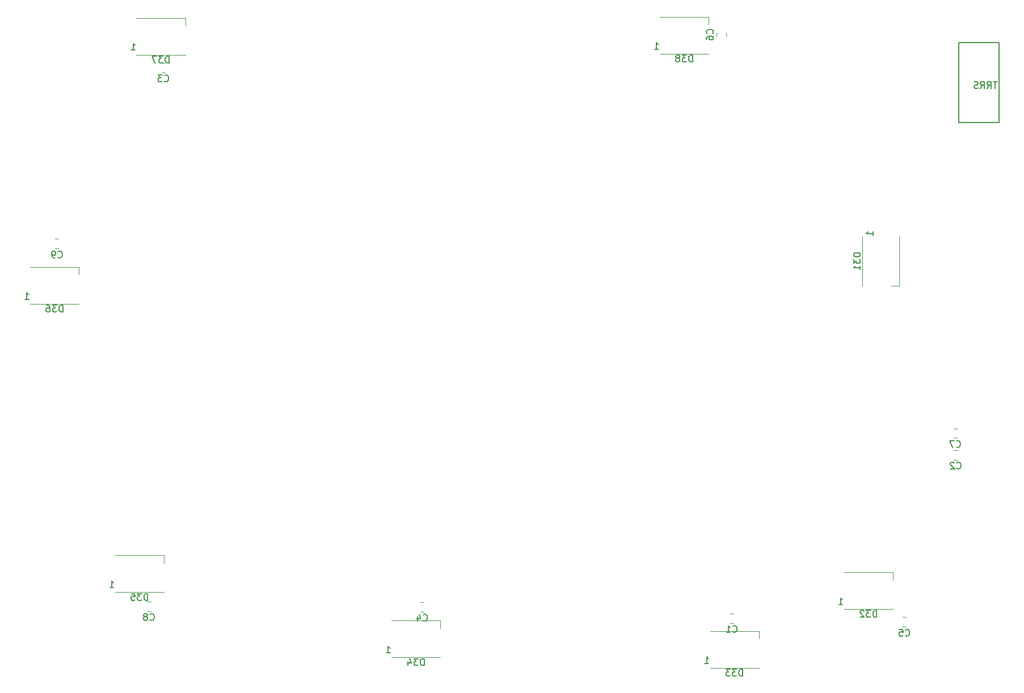
<source format=gbr>
G04 #@! TF.GenerationSoftware,KiCad,Pcbnew,5.1.5+dfsg1-2build2*
G04 #@! TF.CreationDate,2021-01-27T22:51:11+00:00*
G04 #@! TF.ProjectId,left1,6c656674-312e-46b6-9963-61645f706362,rev?*
G04 #@! TF.SameCoordinates,Original*
G04 #@! TF.FileFunction,Legend,Bot*
G04 #@! TF.FilePolarity,Positive*
%FSLAX46Y46*%
G04 Gerber Fmt 4.6, Leading zero omitted, Abs format (unit mm)*
G04 Created by KiCad (PCBNEW 5.1.5+dfsg1-2build2) date 2021-01-27 22:51:11*
%MOMM*%
%LPD*%
G04 APERTURE LIST*
%ADD10C,0.150000*%
%ADD11C,0.120000*%
G04 APERTURE END LIST*
D10*
X192684000Y-50266600D02*
X198684000Y-50266600D01*
X198684000Y-50266600D02*
X198684000Y-62266600D01*
X198684000Y-62266600D02*
X192684000Y-62266600D01*
X192684000Y-62266600D02*
X192684000Y-50266600D01*
D11*
X155338000Y-46475200D02*
X155338000Y-47625200D01*
X148038000Y-46475200D02*
X155338000Y-46475200D01*
X148038000Y-51975200D02*
X155338000Y-51975200D01*
X77220000Y-46627400D02*
X77220000Y-47777400D01*
X69920000Y-46627400D02*
X77220000Y-46627400D01*
X69920000Y-52127400D02*
X77220000Y-52127400D01*
X61359000Y-83813200D02*
X61359000Y-84963200D01*
X54059000Y-83813200D02*
X61359000Y-83813200D01*
X54059000Y-89313200D02*
X61359000Y-89313200D01*
X74033000Y-126867000D02*
X74033000Y-128017000D01*
X66733000Y-126867000D02*
X74033000Y-126867000D01*
X66733000Y-132367000D02*
X74033000Y-132367000D01*
X115283000Y-136595000D02*
X115283000Y-137745000D01*
X107983000Y-136595000D02*
X115283000Y-136595000D01*
X107983000Y-142095000D02*
X115283000Y-142095000D01*
X162820000Y-138170000D02*
X162820000Y-139320000D01*
X155520000Y-138170000D02*
X162820000Y-138170000D01*
X155520000Y-143670000D02*
X162820000Y-143670000D01*
X182833000Y-129381000D02*
X182833000Y-130531000D01*
X175533000Y-129381000D02*
X182833000Y-129381000D01*
X175533000Y-134881000D02*
X182833000Y-134881000D01*
X183750000Y-86594800D02*
X182600000Y-86594800D01*
X183750000Y-79294800D02*
X183750000Y-86594800D01*
X178250000Y-79294800D02*
X178250000Y-86594800D01*
X57803522Y-79630200D02*
X58320678Y-79630200D01*
X57803522Y-81050200D02*
X58320678Y-81050200D01*
X71524422Y-133758000D02*
X72041578Y-133758000D01*
X71524422Y-135178000D02*
X72041578Y-135178000D01*
X191843422Y-107926000D02*
X192360578Y-107926000D01*
X191843422Y-109346000D02*
X192360578Y-109346000D01*
X157911000Y-48867322D02*
X157911000Y-49384478D01*
X156491000Y-48867322D02*
X156491000Y-49384478D01*
X184270122Y-136094400D02*
X184787278Y-136094400D01*
X184270122Y-137514400D02*
X184787278Y-137514400D01*
X112288422Y-133860000D02*
X112805578Y-133860000D01*
X112288422Y-135280000D02*
X112805578Y-135280000D01*
X73683422Y-53341200D02*
X74200578Y-53341200D01*
X73683422Y-54761200D02*
X74200578Y-54761200D01*
X191919422Y-111152000D02*
X192436578Y-111152000D01*
X191919422Y-112572000D02*
X192436578Y-112572000D01*
X158514422Y-135536000D02*
X159031578Y-135536000D01*
X158514422Y-136956000D02*
X159031578Y-136956000D01*
D10*
X198370404Y-56132480D02*
X197798976Y-56132480D01*
X198084690Y-57132480D02*
X198084690Y-56132480D01*
X196894214Y-57132480D02*
X197227547Y-56656290D01*
X197465642Y-57132480D02*
X197465642Y-56132480D01*
X197084690Y-56132480D01*
X196989452Y-56180100D01*
X196941833Y-56227719D01*
X196894214Y-56322957D01*
X196894214Y-56465814D01*
X196941833Y-56561052D01*
X196989452Y-56608671D01*
X197084690Y-56656290D01*
X197465642Y-56656290D01*
X195894214Y-57132480D02*
X196227547Y-56656290D01*
X196465642Y-57132480D02*
X196465642Y-56132480D01*
X196084690Y-56132480D01*
X195989452Y-56180100D01*
X195941833Y-56227719D01*
X195894214Y-56322957D01*
X195894214Y-56465814D01*
X195941833Y-56561052D01*
X195989452Y-56608671D01*
X196084690Y-56656290D01*
X196465642Y-56656290D01*
X195513261Y-57084861D02*
X195370404Y-57132480D01*
X195132309Y-57132480D01*
X195037071Y-57084861D01*
X194989452Y-57037242D01*
X194941833Y-56942004D01*
X194941833Y-56846766D01*
X194989452Y-56751528D01*
X195037071Y-56703909D01*
X195132309Y-56656290D01*
X195322785Y-56608671D01*
X195418023Y-56561052D01*
X195465642Y-56513433D01*
X195513261Y-56418195D01*
X195513261Y-56322957D01*
X195465642Y-56227719D01*
X195418023Y-56180100D01*
X195322785Y-56132480D01*
X195084690Y-56132480D01*
X194941833Y-56180100D01*
X152902285Y-53177580D02*
X152902285Y-52177580D01*
X152664190Y-52177580D01*
X152521333Y-52225200D01*
X152426095Y-52320438D01*
X152378476Y-52415676D01*
X152330857Y-52606152D01*
X152330857Y-52749009D01*
X152378476Y-52939485D01*
X152426095Y-53034723D01*
X152521333Y-53129961D01*
X152664190Y-53177580D01*
X152902285Y-53177580D01*
X151997523Y-52177580D02*
X151378476Y-52177580D01*
X151711809Y-52558533D01*
X151568952Y-52558533D01*
X151473714Y-52606152D01*
X151426095Y-52653771D01*
X151378476Y-52749009D01*
X151378476Y-52987104D01*
X151426095Y-53082342D01*
X151473714Y-53129961D01*
X151568952Y-53177580D01*
X151854666Y-53177580D01*
X151949904Y-53129961D01*
X151997523Y-53082342D01*
X150807047Y-52606152D02*
X150902285Y-52558533D01*
X150949904Y-52510914D01*
X150997523Y-52415676D01*
X150997523Y-52368057D01*
X150949904Y-52272819D01*
X150902285Y-52225200D01*
X150807047Y-52177580D01*
X150616571Y-52177580D01*
X150521333Y-52225200D01*
X150473714Y-52272819D01*
X150426095Y-52368057D01*
X150426095Y-52415676D01*
X150473714Y-52510914D01*
X150521333Y-52558533D01*
X150616571Y-52606152D01*
X150807047Y-52606152D01*
X150902285Y-52653771D01*
X150949904Y-52701390D01*
X150997523Y-52796628D01*
X150997523Y-52987104D01*
X150949904Y-53082342D01*
X150902285Y-53129961D01*
X150807047Y-53177580D01*
X150616571Y-53177580D01*
X150521333Y-53129961D01*
X150473714Y-53082342D01*
X150426095Y-52987104D01*
X150426095Y-52796628D01*
X150473714Y-52701390D01*
X150521333Y-52653771D01*
X150616571Y-52606152D01*
X147252285Y-51277580D02*
X147823714Y-51277580D01*
X147538000Y-51277580D02*
X147538000Y-50277580D01*
X147633238Y-50420438D01*
X147728476Y-50515676D01*
X147823714Y-50563295D01*
X74784285Y-53329780D02*
X74784285Y-52329780D01*
X74546190Y-52329780D01*
X74403333Y-52377400D01*
X74308095Y-52472638D01*
X74260476Y-52567876D01*
X74212857Y-52758352D01*
X74212857Y-52901209D01*
X74260476Y-53091685D01*
X74308095Y-53186923D01*
X74403333Y-53282161D01*
X74546190Y-53329780D01*
X74784285Y-53329780D01*
X73879523Y-52329780D02*
X73260476Y-52329780D01*
X73593809Y-52710733D01*
X73450952Y-52710733D01*
X73355714Y-52758352D01*
X73308095Y-52805971D01*
X73260476Y-52901209D01*
X73260476Y-53139304D01*
X73308095Y-53234542D01*
X73355714Y-53282161D01*
X73450952Y-53329780D01*
X73736666Y-53329780D01*
X73831904Y-53282161D01*
X73879523Y-53234542D01*
X72927142Y-52329780D02*
X72260476Y-52329780D01*
X72689047Y-53329780D01*
X69134285Y-51429780D02*
X69705714Y-51429780D01*
X69420000Y-51429780D02*
X69420000Y-50429780D01*
X69515238Y-50572638D01*
X69610476Y-50667876D01*
X69705714Y-50715495D01*
X58923285Y-90515580D02*
X58923285Y-89515580D01*
X58685190Y-89515580D01*
X58542333Y-89563200D01*
X58447095Y-89658438D01*
X58399476Y-89753676D01*
X58351857Y-89944152D01*
X58351857Y-90087009D01*
X58399476Y-90277485D01*
X58447095Y-90372723D01*
X58542333Y-90467961D01*
X58685190Y-90515580D01*
X58923285Y-90515580D01*
X58018523Y-89515580D02*
X57399476Y-89515580D01*
X57732809Y-89896533D01*
X57589952Y-89896533D01*
X57494714Y-89944152D01*
X57447095Y-89991771D01*
X57399476Y-90087009D01*
X57399476Y-90325104D01*
X57447095Y-90420342D01*
X57494714Y-90467961D01*
X57589952Y-90515580D01*
X57875666Y-90515580D01*
X57970904Y-90467961D01*
X58018523Y-90420342D01*
X56542333Y-89515580D02*
X56732809Y-89515580D01*
X56828047Y-89563200D01*
X56875666Y-89610819D01*
X56970904Y-89753676D01*
X57018523Y-89944152D01*
X57018523Y-90325104D01*
X56970904Y-90420342D01*
X56923285Y-90467961D01*
X56828047Y-90515580D01*
X56637571Y-90515580D01*
X56542333Y-90467961D01*
X56494714Y-90420342D01*
X56447095Y-90325104D01*
X56447095Y-90087009D01*
X56494714Y-89991771D01*
X56542333Y-89944152D01*
X56637571Y-89896533D01*
X56828047Y-89896533D01*
X56923285Y-89944152D01*
X56970904Y-89991771D01*
X57018523Y-90087009D01*
X53273285Y-88615580D02*
X53844714Y-88615580D01*
X53559000Y-88615580D02*
X53559000Y-87615580D01*
X53654238Y-87758438D01*
X53749476Y-87853676D01*
X53844714Y-87901295D01*
X71597285Y-133569380D02*
X71597285Y-132569380D01*
X71359190Y-132569380D01*
X71216333Y-132617000D01*
X71121095Y-132712238D01*
X71073476Y-132807476D01*
X71025857Y-132997952D01*
X71025857Y-133140809D01*
X71073476Y-133331285D01*
X71121095Y-133426523D01*
X71216333Y-133521761D01*
X71359190Y-133569380D01*
X71597285Y-133569380D01*
X70692523Y-132569380D02*
X70073476Y-132569380D01*
X70406809Y-132950333D01*
X70263952Y-132950333D01*
X70168714Y-132997952D01*
X70121095Y-133045571D01*
X70073476Y-133140809D01*
X70073476Y-133378904D01*
X70121095Y-133474142D01*
X70168714Y-133521761D01*
X70263952Y-133569380D01*
X70549666Y-133569380D01*
X70644904Y-133521761D01*
X70692523Y-133474142D01*
X69168714Y-132569380D02*
X69644904Y-132569380D01*
X69692523Y-133045571D01*
X69644904Y-132997952D01*
X69549666Y-132950333D01*
X69311571Y-132950333D01*
X69216333Y-132997952D01*
X69168714Y-133045571D01*
X69121095Y-133140809D01*
X69121095Y-133378904D01*
X69168714Y-133474142D01*
X69216333Y-133521761D01*
X69311571Y-133569380D01*
X69549666Y-133569380D01*
X69644904Y-133521761D01*
X69692523Y-133474142D01*
X65947285Y-131669380D02*
X66518714Y-131669380D01*
X66233000Y-131669380D02*
X66233000Y-130669380D01*
X66328238Y-130812238D01*
X66423476Y-130907476D01*
X66518714Y-130955095D01*
X112847285Y-143297380D02*
X112847285Y-142297380D01*
X112609190Y-142297380D01*
X112466333Y-142345000D01*
X112371095Y-142440238D01*
X112323476Y-142535476D01*
X112275857Y-142725952D01*
X112275857Y-142868809D01*
X112323476Y-143059285D01*
X112371095Y-143154523D01*
X112466333Y-143249761D01*
X112609190Y-143297380D01*
X112847285Y-143297380D01*
X111942523Y-142297380D02*
X111323476Y-142297380D01*
X111656809Y-142678333D01*
X111513952Y-142678333D01*
X111418714Y-142725952D01*
X111371095Y-142773571D01*
X111323476Y-142868809D01*
X111323476Y-143106904D01*
X111371095Y-143202142D01*
X111418714Y-143249761D01*
X111513952Y-143297380D01*
X111799666Y-143297380D01*
X111894904Y-143249761D01*
X111942523Y-143202142D01*
X110466333Y-142630714D02*
X110466333Y-143297380D01*
X110704428Y-142249761D02*
X110942523Y-142964047D01*
X110323476Y-142964047D01*
X107197285Y-141397380D02*
X107768714Y-141397380D01*
X107483000Y-141397380D02*
X107483000Y-140397380D01*
X107578238Y-140540238D01*
X107673476Y-140635476D01*
X107768714Y-140683095D01*
X160384285Y-144872380D02*
X160384285Y-143872380D01*
X160146190Y-143872380D01*
X160003333Y-143920000D01*
X159908095Y-144015238D01*
X159860476Y-144110476D01*
X159812857Y-144300952D01*
X159812857Y-144443809D01*
X159860476Y-144634285D01*
X159908095Y-144729523D01*
X160003333Y-144824761D01*
X160146190Y-144872380D01*
X160384285Y-144872380D01*
X159479523Y-143872380D02*
X158860476Y-143872380D01*
X159193809Y-144253333D01*
X159050952Y-144253333D01*
X158955714Y-144300952D01*
X158908095Y-144348571D01*
X158860476Y-144443809D01*
X158860476Y-144681904D01*
X158908095Y-144777142D01*
X158955714Y-144824761D01*
X159050952Y-144872380D01*
X159336666Y-144872380D01*
X159431904Y-144824761D01*
X159479523Y-144777142D01*
X158527142Y-143872380D02*
X157908095Y-143872380D01*
X158241428Y-144253333D01*
X158098571Y-144253333D01*
X158003333Y-144300952D01*
X157955714Y-144348571D01*
X157908095Y-144443809D01*
X157908095Y-144681904D01*
X157955714Y-144777142D01*
X158003333Y-144824761D01*
X158098571Y-144872380D01*
X158384285Y-144872380D01*
X158479523Y-144824761D01*
X158527142Y-144777142D01*
X154734285Y-142972380D02*
X155305714Y-142972380D01*
X155020000Y-142972380D02*
X155020000Y-141972380D01*
X155115238Y-142115238D01*
X155210476Y-142210476D01*
X155305714Y-142258095D01*
X180397285Y-136083380D02*
X180397285Y-135083380D01*
X180159190Y-135083380D01*
X180016333Y-135131000D01*
X179921095Y-135226238D01*
X179873476Y-135321476D01*
X179825857Y-135511952D01*
X179825857Y-135654809D01*
X179873476Y-135845285D01*
X179921095Y-135940523D01*
X180016333Y-136035761D01*
X180159190Y-136083380D01*
X180397285Y-136083380D01*
X179492523Y-135083380D02*
X178873476Y-135083380D01*
X179206809Y-135464333D01*
X179063952Y-135464333D01*
X178968714Y-135511952D01*
X178921095Y-135559571D01*
X178873476Y-135654809D01*
X178873476Y-135892904D01*
X178921095Y-135988142D01*
X178968714Y-136035761D01*
X179063952Y-136083380D01*
X179349666Y-136083380D01*
X179444904Y-136035761D01*
X179492523Y-135988142D01*
X178492523Y-135178619D02*
X178444904Y-135131000D01*
X178349666Y-135083380D01*
X178111571Y-135083380D01*
X178016333Y-135131000D01*
X177968714Y-135178619D01*
X177921095Y-135273857D01*
X177921095Y-135369095D01*
X177968714Y-135511952D01*
X178540142Y-136083380D01*
X177921095Y-136083380D01*
X174747285Y-134183380D02*
X175318714Y-134183380D01*
X175033000Y-134183380D02*
X175033000Y-133183380D01*
X175128238Y-133326238D01*
X175223476Y-133421476D01*
X175318714Y-133469095D01*
X177952380Y-81730514D02*
X176952380Y-81730514D01*
X176952380Y-81968609D01*
X177000000Y-82111466D01*
X177095238Y-82206704D01*
X177190476Y-82254323D01*
X177380952Y-82301942D01*
X177523809Y-82301942D01*
X177714285Y-82254323D01*
X177809523Y-82206704D01*
X177904761Y-82111466D01*
X177952380Y-81968609D01*
X177952380Y-81730514D01*
X176952380Y-82635276D02*
X176952380Y-83254323D01*
X177333333Y-82920990D01*
X177333333Y-83063847D01*
X177380952Y-83159085D01*
X177428571Y-83206704D01*
X177523809Y-83254323D01*
X177761904Y-83254323D01*
X177857142Y-83206704D01*
X177904761Y-83159085D01*
X177952380Y-83063847D01*
X177952380Y-82778133D01*
X177904761Y-82682895D01*
X177857142Y-82635276D01*
X177952380Y-84206704D02*
X177952380Y-83635276D01*
X177952380Y-83920990D02*
X176952380Y-83920990D01*
X177095238Y-83825752D01*
X177190476Y-83730514D01*
X177238095Y-83635276D01*
X179852380Y-79080514D02*
X179852380Y-78509085D01*
X179852380Y-78794800D02*
X178852380Y-78794800D01*
X178995238Y-78699561D01*
X179090476Y-78604323D01*
X179138095Y-78509085D01*
X58228766Y-82347342D02*
X58276385Y-82394961D01*
X58419242Y-82442580D01*
X58514480Y-82442580D01*
X58657338Y-82394961D01*
X58752576Y-82299723D01*
X58800195Y-82204485D01*
X58847814Y-82014009D01*
X58847814Y-81871152D01*
X58800195Y-81680676D01*
X58752576Y-81585438D01*
X58657338Y-81490200D01*
X58514480Y-81442580D01*
X58419242Y-81442580D01*
X58276385Y-81490200D01*
X58228766Y-81537819D01*
X57752576Y-82442580D02*
X57562100Y-82442580D01*
X57466861Y-82394961D01*
X57419242Y-82347342D01*
X57324004Y-82204485D01*
X57276385Y-82014009D01*
X57276385Y-81633057D01*
X57324004Y-81537819D01*
X57371623Y-81490200D01*
X57466861Y-81442580D01*
X57657338Y-81442580D01*
X57752576Y-81490200D01*
X57800195Y-81537819D01*
X57847814Y-81633057D01*
X57847814Y-81871152D01*
X57800195Y-81966390D01*
X57752576Y-82014009D01*
X57657338Y-82061628D01*
X57466861Y-82061628D01*
X57371623Y-82014009D01*
X57324004Y-81966390D01*
X57276385Y-81871152D01*
X71949666Y-136475142D02*
X71997285Y-136522761D01*
X72140142Y-136570380D01*
X72235380Y-136570380D01*
X72378238Y-136522761D01*
X72473476Y-136427523D01*
X72521095Y-136332285D01*
X72568714Y-136141809D01*
X72568714Y-135998952D01*
X72521095Y-135808476D01*
X72473476Y-135713238D01*
X72378238Y-135618000D01*
X72235380Y-135570380D01*
X72140142Y-135570380D01*
X71997285Y-135618000D01*
X71949666Y-135665619D01*
X71378238Y-135998952D02*
X71473476Y-135951333D01*
X71521095Y-135903714D01*
X71568714Y-135808476D01*
X71568714Y-135760857D01*
X71521095Y-135665619D01*
X71473476Y-135618000D01*
X71378238Y-135570380D01*
X71187761Y-135570380D01*
X71092523Y-135618000D01*
X71044904Y-135665619D01*
X70997285Y-135760857D01*
X70997285Y-135808476D01*
X71044904Y-135903714D01*
X71092523Y-135951333D01*
X71187761Y-135998952D01*
X71378238Y-135998952D01*
X71473476Y-136046571D01*
X71521095Y-136094190D01*
X71568714Y-136189428D01*
X71568714Y-136379904D01*
X71521095Y-136475142D01*
X71473476Y-136522761D01*
X71378238Y-136570380D01*
X71187761Y-136570380D01*
X71092523Y-136522761D01*
X71044904Y-136475142D01*
X70997285Y-136379904D01*
X70997285Y-136189428D01*
X71044904Y-136094190D01*
X71092523Y-136046571D01*
X71187761Y-135998952D01*
X192268666Y-110643142D02*
X192316285Y-110690761D01*
X192459142Y-110738380D01*
X192554380Y-110738380D01*
X192697238Y-110690761D01*
X192792476Y-110595523D01*
X192840095Y-110500285D01*
X192887714Y-110309809D01*
X192887714Y-110166952D01*
X192840095Y-109976476D01*
X192792476Y-109881238D01*
X192697238Y-109786000D01*
X192554380Y-109738380D01*
X192459142Y-109738380D01*
X192316285Y-109786000D01*
X192268666Y-109833619D01*
X191935333Y-109738380D02*
X191268666Y-109738380D01*
X191697238Y-110738380D01*
X155908142Y-48959233D02*
X155955761Y-48911614D01*
X156003380Y-48768757D01*
X156003380Y-48673519D01*
X155955761Y-48530661D01*
X155860523Y-48435423D01*
X155765285Y-48387804D01*
X155574809Y-48340185D01*
X155431952Y-48340185D01*
X155241476Y-48387804D01*
X155146238Y-48435423D01*
X155051000Y-48530661D01*
X155003380Y-48673519D01*
X155003380Y-48768757D01*
X155051000Y-48911614D01*
X155098619Y-48959233D01*
X155003380Y-49816376D02*
X155003380Y-49625900D01*
X155051000Y-49530661D01*
X155098619Y-49483042D01*
X155241476Y-49387804D01*
X155431952Y-49340185D01*
X155812904Y-49340185D01*
X155908142Y-49387804D01*
X155955761Y-49435423D01*
X156003380Y-49530661D01*
X156003380Y-49721138D01*
X155955761Y-49816376D01*
X155908142Y-49863995D01*
X155812904Y-49911614D01*
X155574809Y-49911614D01*
X155479571Y-49863995D01*
X155431952Y-49816376D01*
X155384333Y-49721138D01*
X155384333Y-49530661D01*
X155431952Y-49435423D01*
X155479571Y-49387804D01*
X155574809Y-49340185D01*
X184695366Y-138811542D02*
X184742985Y-138859161D01*
X184885842Y-138906780D01*
X184981080Y-138906780D01*
X185123938Y-138859161D01*
X185219176Y-138763923D01*
X185266795Y-138668685D01*
X185314414Y-138478209D01*
X185314414Y-138335352D01*
X185266795Y-138144876D01*
X185219176Y-138049638D01*
X185123938Y-137954400D01*
X184981080Y-137906780D01*
X184885842Y-137906780D01*
X184742985Y-137954400D01*
X184695366Y-138002019D01*
X183790604Y-137906780D02*
X184266795Y-137906780D01*
X184314414Y-138382971D01*
X184266795Y-138335352D01*
X184171557Y-138287733D01*
X183933461Y-138287733D01*
X183838223Y-138335352D01*
X183790604Y-138382971D01*
X183742985Y-138478209D01*
X183742985Y-138716304D01*
X183790604Y-138811542D01*
X183838223Y-138859161D01*
X183933461Y-138906780D01*
X184171557Y-138906780D01*
X184266795Y-138859161D01*
X184314414Y-138811542D01*
X112713666Y-136577142D02*
X112761285Y-136624761D01*
X112904142Y-136672380D01*
X112999380Y-136672380D01*
X113142238Y-136624761D01*
X113237476Y-136529523D01*
X113285095Y-136434285D01*
X113332714Y-136243809D01*
X113332714Y-136100952D01*
X113285095Y-135910476D01*
X113237476Y-135815238D01*
X113142238Y-135720000D01*
X112999380Y-135672380D01*
X112904142Y-135672380D01*
X112761285Y-135720000D01*
X112713666Y-135767619D01*
X111856523Y-136005714D02*
X111856523Y-136672380D01*
X112094619Y-135624761D02*
X112332714Y-136339047D01*
X111713666Y-136339047D01*
X74108666Y-56058342D02*
X74156285Y-56105961D01*
X74299142Y-56153580D01*
X74394380Y-56153580D01*
X74537238Y-56105961D01*
X74632476Y-56010723D01*
X74680095Y-55915485D01*
X74727714Y-55725009D01*
X74727714Y-55582152D01*
X74680095Y-55391676D01*
X74632476Y-55296438D01*
X74537238Y-55201200D01*
X74394380Y-55153580D01*
X74299142Y-55153580D01*
X74156285Y-55201200D01*
X74108666Y-55248819D01*
X73775333Y-55153580D02*
X73156285Y-55153580D01*
X73489619Y-55534533D01*
X73346761Y-55534533D01*
X73251523Y-55582152D01*
X73203904Y-55629771D01*
X73156285Y-55725009D01*
X73156285Y-55963104D01*
X73203904Y-56058342D01*
X73251523Y-56105961D01*
X73346761Y-56153580D01*
X73632476Y-56153580D01*
X73727714Y-56105961D01*
X73775333Y-56058342D01*
X192344666Y-113869142D02*
X192392285Y-113916761D01*
X192535142Y-113964380D01*
X192630380Y-113964380D01*
X192773238Y-113916761D01*
X192868476Y-113821523D01*
X192916095Y-113726285D01*
X192963714Y-113535809D01*
X192963714Y-113392952D01*
X192916095Y-113202476D01*
X192868476Y-113107238D01*
X192773238Y-113012000D01*
X192630380Y-112964380D01*
X192535142Y-112964380D01*
X192392285Y-113012000D01*
X192344666Y-113059619D01*
X191963714Y-113059619D02*
X191916095Y-113012000D01*
X191820857Y-112964380D01*
X191582761Y-112964380D01*
X191487523Y-113012000D01*
X191439904Y-113059619D01*
X191392285Y-113154857D01*
X191392285Y-113250095D01*
X191439904Y-113392952D01*
X192011333Y-113964380D01*
X191392285Y-113964380D01*
X158939666Y-138253142D02*
X158987285Y-138300761D01*
X159130142Y-138348380D01*
X159225380Y-138348380D01*
X159368238Y-138300761D01*
X159463476Y-138205523D01*
X159511095Y-138110285D01*
X159558714Y-137919809D01*
X159558714Y-137776952D01*
X159511095Y-137586476D01*
X159463476Y-137491238D01*
X159368238Y-137396000D01*
X159225380Y-137348380D01*
X159130142Y-137348380D01*
X158987285Y-137396000D01*
X158939666Y-137443619D01*
X157987285Y-138348380D02*
X158558714Y-138348380D01*
X158273000Y-138348380D02*
X158273000Y-137348380D01*
X158368238Y-137491238D01*
X158463476Y-137586476D01*
X158558714Y-137634095D01*
M02*

</source>
